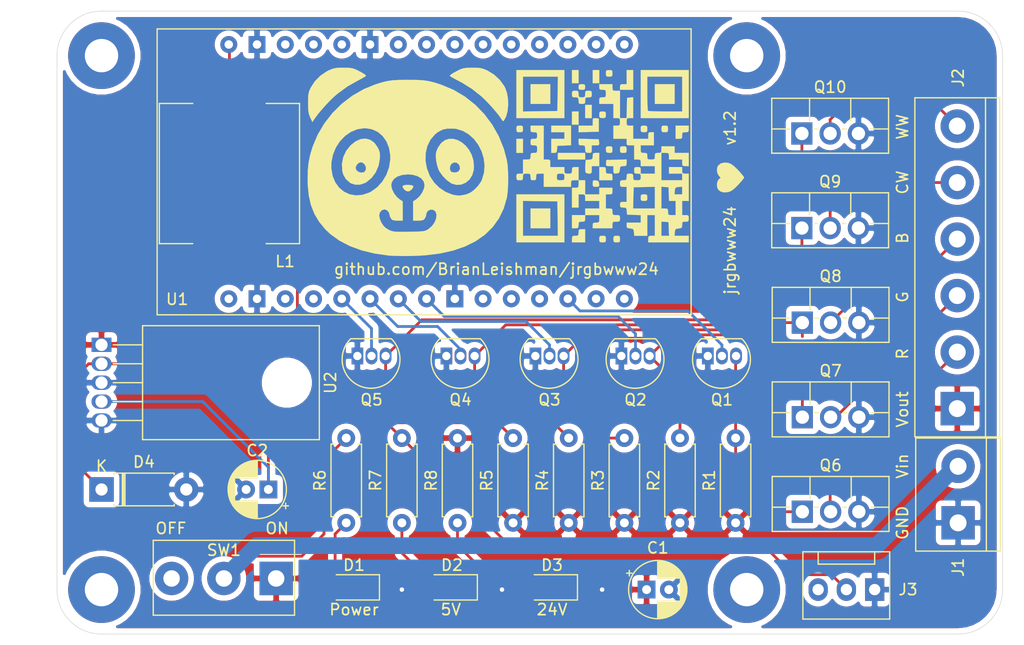
<source format=kicad_pcb>
(kicad_pcb (version 20171130) (host pcbnew 5.1.10-88a1d61d58~90~ubuntu20.04.1)
  (layers (0 F.Cu signal) (31 B.Cu signal) (34 B.Paste user) (35 F.Paste user) (36 B.SilkS user) (37 F.SilkS user) (38 B.Mask user) (39 F.Mask user) (44 Edge.Cuts user))
  (net 0 "")
  (net 1 +24V)
  (net 2 Earth)
  (net 3 +5V)
  (net 4 "Net-(D1-Pad2)")
  (net 5 "Net-(D2-Pad2)")
  (net 6 "Net-(D3-Pad2)")
  (net 7 /WW_GND)
  (net 8 /CW_GND)
  (net 9 /B_GND)
  (net 10 /G_GND)
  (net 11 /R_GND)
  (net 12 "Net-(Q1-Pad3)")
  (net 13 /R_SIGNAL)
  (net 14 "Net-(Q2-Pad3)")
  (net 15 /G_SIGNAL)
  (net 16 "Net-(Q3-Pad3)")
  (net 17 /B_SIGNAL)
  (net 18 /CW_SIGNAL)
  (net 19 "Net-(Q10-Pad1)")
  (net 20 /WW_SIGNAL)
  (net 21 "Net-(SW1-Pad3)")
  (net 22 "Net-(U1-Pad30)")
  (net 23 "Net-(U1-Pad27)")
  (net 24 "Net-(U1-Pad21)")
  (net 25 "Net-(U1-Pad17)")
  (net 26 "Net-(U1-Pad16)")
  (net 27 "Net-(U1-Pad13)")
  (net 28 "Net-(U1-Pad12)")
  (net 29 "Net-(U1-Pad11)")
  (net 30 "Net-(U1-Pad9)")
  (net 31 "Net-(U1-Pad8)")
  (net 32 "Net-(U1-Pad7)")
  (net 33 "Net-(U1-Pad6)")
  (net 34 "Net-(U1-Pad5)")
  (net 35 "Net-(U1-Pad4)")
  (net 36 "Net-(U1-Pad3)")
  (net 37 "Net-(U1-Pad2)")
  (net 38 "Net-(U1-Pad1)")
  (net 39 VDD)
  (net 40 "Net-(U1-Pad20)")
  (net 41 "Net-(U1-Pad19)")
  (net 42 "Net-(D4-Pad1)")
  (net 43 "Net-(Q4-Pad3)")
  (net 44 "Net-(J3-Pad3)")
  (module Diode_THT:D_DO-41_SOD81_P7.62mm_Horizontal (layer F.Cu) (at 94 103)
    (fp_text reference D4 (at 3.81 -2.47) (layer F.SilkS))
    (fp_text value SB160-E3/73)
    (fp_text user K (at 0 -2.1) (layer F.SilkS))
    (pad 2 thru_hole oval (at 7.62 0) (size 2.2 2.2) (drill 1.1) (layers *.Cu *.Mask) (net 2 Earth))
    (pad 1 thru_hole rect (at 0 0) (size 2.2 2.2) (drill 1.1) (layers *.Cu *.Mask) (net 42 "Net-(D4-Pad1)"))
  )
  (module jrgbwww24:TO-92_Inline (layer F.Cu) (at 117 92)
    (fp_text reference Q5 (at 1.27 2.94 180) (layer F.SilkS))
    (fp_text value 2N3904)
    (pad 2 thru_hole oval (at 1.27 -1) (size 1.05 1.5) (drill 0.75) (layers *.Cu *.Mask) (net 20 /WW_SIGNAL))
    (pad 3 thru_hole oval (at 2.54 -1) (size 1.05 1.5) (drill 0.75) (layers *.Cu *.Mask) (net 19 "Net-(Q10-Pad1)"))
    (pad 1 thru_hole rect (at 0 -1) (size 1.05 1.5) (drill 0.75) (layers *.Cu *.Mask) (net 2 Earth))
  )
  (module jrgbwww24:TO-92_Inline (layer F.Cu) (at 125 92)
    (fp_text reference Q4 (at 1.27 2.94 180) (layer F.SilkS))
    (fp_text value 2N3904)
    (pad 2 thru_hole oval (at 1.27 -1) (size 1.05 1.5) (drill 0.75) (layers *.Cu *.Mask) (net 18 /CW_SIGNAL))
    (pad 3 thru_hole oval (at 2.54 -1) (size 1.05 1.5) (drill 0.75) (layers *.Cu *.Mask) (net 43 "Net-(Q4-Pad3)"))
    (pad 1 thru_hole rect (at 0 -1) (size 1.05 1.5) (drill 0.75) (layers *.Cu *.Mask) (net 2 Earth))
  )
  (module jrgbwww24:TO-92_Inline (layer F.Cu) (at 133 92)
    (fp_text reference Q3 (at 1.27 2.94 180) (layer F.SilkS))
    (fp_text value 2N3904)
    (pad 2 thru_hole oval (at 1.27 -1) (size 1.05 1.5) (drill 0.75) (layers *.Cu *.Mask) (net 17 /B_SIGNAL))
    (pad 3 thru_hole oval (at 2.54 -1) (size 1.05 1.5) (drill 0.75) (layers *.Cu *.Mask) (net 16 "Net-(Q3-Pad3)"))
    (pad 1 thru_hole rect (at 0 -1) (size 1.05 1.5) (drill 0.75) (layers *.Cu *.Mask) (net 2 Earth))
  )
  (module jrgbwww24:TO-92_Inline (layer F.Cu) (at 140.73 92)
    (fp_text reference Q2 (at 1.27 2.94 180) (layer F.SilkS))
    (fp_text value 2N3904)
    (pad 2 thru_hole oval (at 1.27 -1) (size 1.05 1.5) (drill 0.75) (layers *.Cu *.Mask) (net 15 /G_SIGNAL))
    (pad 3 thru_hole oval (at 2.54 -1) (size 1.05 1.5) (drill 0.75) (layers *.Cu *.Mask) (net 14 "Net-(Q2-Pad3)"))
    (pad 1 thru_hole rect (at 0 -1) (size 1.05 1.5) (drill 0.75) (layers *.Cu *.Mask) (net 2 Earth))
  )
  (module jrgbwww24:TO-92_Inline (layer F.Cu) (at 148.5 92)
    (fp_text reference Q1 (at 1.27 2.94 180) (layer F.SilkS))
    (fp_text value 2N3904)
    (pad 2 thru_hole oval (at 1.27 -1) (size 1.05 1.5) (drill 0.75) (layers *.Cu *.Mask) (net 13 /R_SIGNAL))
    (pad 3 thru_hole oval (at 2.54 -1) (size 1.05 1.5) (drill 0.75) (layers *.Cu *.Mask) (net 12 "Net-(Q1-Pad3)"))
    (pad 1 thru_hole rect (at 0 -1) (size 1.05 1.5) (drill 0.75) (layers *.Cu *.Mask) (net 2 Earth))
  )
  (module Connector:FanPinHeader_1x03_P2.54mm_Vertical (layer F.Cu) (at 163.5 112 180)
    (fp_text reference J3 (at -3 0) (layer F.SilkS))
    (fp_text value Fan)
    (pad 3 thru_hole oval (at 5.08 0 270) (size 2.03 1.73) (drill 1.02) (layers *.Cu *.Mask) (net 44 "Net-(J3-Pad3)"))
    (pad 2 thru_hole oval (at 2.54 0 270) (size 2.03 1.73) (drill 1.02) (layers *.Cu *.Mask) (net 3 +5V))
    (pad 1 thru_hole rect (at 0 0 270) (size 2.03 1.73) (drill 1.02) (layers *.Cu *.Mask) (net 2 Earth))
  )
  (module jrgbwww24:heart (layer F.Cu) (at 150.5 75 90)
    (fp_text reference G*** hide)
    (fp_text value LOGO hide)
  )
  (module Package_TO_SOT_THT:TO-220-5_Horizontal_TabDown (layer F.Cu) (at 94 90 270)
    (fp_text reference U2 (at 3.4 -20.58 90) (layer F.SilkS))
    (fp_text value TL2575)
    (pad 5 thru_hole oval (at 6.8 0 270) (size 1.275 1.8) (drill 1.1) (layers *.Cu *.Mask) (net 2 Earth))
    (pad 4 thru_hole oval (at 5.1 0 270) (size 1.275 1.8) (drill 1.1) (layers *.Cu *.Mask) (net 3 +5V))
    (pad 3 thru_hole oval (at 3.4 0 270) (size 1.275 1.8) (drill 1.1) (layers *.Cu *.Mask) (net 2 Earth))
    (pad 2 thru_hole oval (at 1.7 0 270) (size 1.275 1.8) (drill 1.1) (layers *.Cu *.Mask) (net 42 "Net-(D4-Pad1)"))
    (pad 1 thru_hole rect (at 0 0 270) (size 1.275 1.8) (drill 1.1) (layers *.Cu *.Mask) (net 1 +24V))
    (pad "" np_thru_hole oval (at 3.4 -16.66 270) (size 3.5 3.5) (drill 3.5) (layers *.Cu *.Mask))
  )
  (module "jrgbwww24:1P2T SPDT" (layer F.Cu) (at 105 111 180)
    (fp_text reference SW1 (at 0 2.54) (layer F.SilkS))
    (fp_text value SW_SPDT)
    (fp_text user OFF (at 4.7625 4.5) (layer F.SilkS))
    (fp_text user ON (at -4.7879 4.5) (layer F.SilkS))
    (pad 3 thru_hole circle (at 4.7 0 180) (size 3 3) (drill 1.48) (layers *.Cu *.Mask) (net 21 "Net-(SW1-Pad3)"))
    (pad 2 thru_hole circle (at 0 0 180) (size 3 3) (drill 1.48) (layers *.Cu *.Mask) (net 39 VDD))
    (pad 1 thru_hole rect (at -4.7 0 180) (size 3 3) (drill 1.48) (layers *.Cu *.Mask) (net 1 +24V))
  )
  (module Inductor_SMD:L_Wuerth_WE-PD-Typ-LS_Handsoldering (layer F.Cu) (at 105.5 74.6 90)
    (fp_text reference L1 (at -7.9 5 180) (layer F.SilkS))
    (fp_text value 330u)
    (pad 2 smd rect (at 5.9 0 90) (size 4.9 5.4) (layers F.Cu F.Paste F.Mask) (net 3 +5V))
    (pad 1 smd rect (at -5.9 0 90) (size 4.9 5.4) (layers F.Cu F.Paste F.Mask) (net 42 "Net-(D4-Pad1)"))
  )
  (module TerminalBlock:TerminalBlock_bornier-2_P5.08mm (layer F.Cu) (at 171 106 90)
    (fp_text reference J1 (at -4 0 90) (layer F.SilkS))
    (fp_text value Srew_terminal)
    (pad 2 thru_hole circle (at 5.08 0 90) (size 3 3) (drill 1.52) (layers *.Cu *.Mask) (net 39 VDD))
    (pad 1 thru_hole rect (at 0 0 90) (size 3 3) (drill 1.52) (layers *.Cu *.Mask) (net 2 Earth))
  )
  (module Capacitor_THT:CP_Radial_D5.0mm_P2.00mm (layer F.Cu) (at 109 103 180)
    (fp_text reference C2 (at 1 3.5) (layer F.SilkS))
    (fp_text value 330u)
    (pad 2 thru_hole circle (at 2 0 180) (size 1.6 1.6) (drill 0.8) (layers *.Cu *.Mask) (net 2 Earth))
    (pad 1 thru_hole rect (at 0 0 180) (size 1.6 1.6) (drill 0.8) (layers *.Cu *.Mask) (net 3 +5V))
  )
  (module Capacitor_THT:CP_Radial_D5.0mm_P2.00mm (layer F.Cu) (at 143 112)
    (fp_text reference C1 (at 1 -3.75) (layer F.SilkS))
    (fp_text value 100u)
    (pad 2 thru_hole circle (at 2 0) (size 1.6 1.6) (drill 0.8) (layers *.Cu *.Mask) (net 2 Earth))
    (pad 1 thru_hole rect (at 0 0) (size 1.6 1.6) (drill 0.8) (layers *.Cu *.Mask) (net 1 +24V))
  )
  (module jrgbwww24:qr (layer F.Cu) (at 139 73)
    (fp_text reference G*** hide)
    (fp_text value LOGO hide)
  )
  (module Package_TO_SOT_THT:TO-220F-3_Vertical (layer F.Cu) (at 157 88)
    (fp_text reference Q8 (at 2.54 -4.1675) (layer F.SilkS))
    (fp_text value IPA040N06N)
    (pad 3 thru_hole oval (at 5.08 0) (size 1.905 2) (drill 1.2) (layers *.Cu *.Mask) (net 2 Earth))
    (pad 2 thru_hole oval (at 2.54 0) (size 1.905 2) (drill 1.2) (layers *.Cu *.Mask) (net 9 /B_GND))
    (pad 1 thru_hole rect (at 0 0) (size 1.905 2) (drill 1.2) (layers *.Cu *.Mask) (net 16 "Net-(Q3-Pad3)"))
  )
  (module Package_TO_SOT_THT:TO-220F-3_Vertical (layer F.Cu) (at 157 96.5)
    (fp_text reference Q7 (at 2.54 -4.1675) (layer F.SilkS))
    (fp_text value IPA040N06N)
    (pad 3 thru_hole oval (at 5.08 0) (size 1.905 2) (drill 1.2) (layers *.Cu *.Mask) (net 2 Earth))
    (pad 2 thru_hole oval (at 2.54 0) (size 1.905 2) (drill 1.2) (layers *.Cu *.Mask) (net 10 /G_GND))
    (pad 1 thru_hole rect (at 0 0) (size 1.905 2) (drill 1.2) (layers *.Cu *.Mask) (net 14 "Net-(Q2-Pad3)"))
  )
  (module Package_TO_SOT_THT:TO-220F-3_Vertical (layer F.Cu) (at 156.96 71)
    (fp_text reference Q10 (at 2.54 -4.1675) (layer F.SilkS))
    (fp_text value IPA040N06N)
    (pad 3 thru_hole oval (at 5.08 0) (size 1.905 2) (drill 1.2) (layers *.Cu *.Mask) (net 2 Earth))
    (pad 2 thru_hole oval (at 2.54 0) (size 1.905 2) (drill 1.2) (layers *.Cu *.Mask) (net 7 /WW_GND))
    (pad 1 thru_hole rect (at 0 0) (size 1.905 2) (drill 1.2) (layers *.Cu *.Mask) (net 19 "Net-(Q10-Pad1)"))
  )
  (module Package_TO_SOT_THT:TO-220F-3_Vertical (layer F.Cu) (at 156.96 79.5)
    (fp_text reference Q9 (at 2.54 -4.1675) (layer F.SilkS))
    (fp_text value IPA040N06N)
    (pad 3 thru_hole oval (at 5.08 0) (size 1.905 2) (drill 1.2) (layers *.Cu *.Mask) (net 2 Earth))
    (pad 2 thru_hole oval (at 2.54 0) (size 1.905 2) (drill 1.2) (layers *.Cu *.Mask) (net 8 /CW_GND))
    (pad 1 thru_hole rect (at 0 0) (size 1.905 2) (drill 1.2) (layers *.Cu *.Mask) (net 43 "Net-(Q4-Pad3)"))
  )
  (module Package_TO_SOT_THT:TO-220F-3_Vertical (layer F.Cu) (at 157 105)
    (fp_text reference Q6 (at 2.54 -4.1675) (layer F.SilkS))
    (fp_text value IPA040N06N)
    (pad 3 thru_hole oval (at 5.08 0) (size 1.905 2) (drill 1.2) (layers *.Cu *.Mask) (net 2 Earth))
    (pad 2 thru_hole oval (at 2.54 0) (size 1.905 2) (drill 1.2) (layers *.Cu *.Mask) (net 11 /R_GND))
    (pad 1 thru_hole rect (at 0 0) (size 1.905 2) (drill 1.2) (layers *.Cu *.Mask) (net 12 "Net-(Q1-Pad3)"))
  )
  (module MountingHole:MountingHole_3mm_Pad (layer F.Cu) (at 152 64)
    (fp_text reference REF** hide)
    (fp_text value MountingHole_3mm_Pad)
    (pad 1 thru_hole circle (at 0 0) (size 6 6) (drill 3) (layers *.Cu *.Mask))
  )
  (module MountingHole:MountingHole_3mm_Pad (layer F.Cu) (at 152 112)
    (fp_text reference REF** hide)
    (fp_text value MountingHole_3mm_Pad)
    (pad 1 thru_hole circle (at 0 0) (size 6 6) (drill 3) (layers *.Cu *.Mask))
  )
  (module MountingHole:MountingHole_3mm_Pad (layer F.Cu) (at 94 112)
    (fp_text reference REF** hide)
    (fp_text value MountingHole_3mm_Pad)
    (pad 1 thru_hole circle (at 0 0) (size 6 6) (drill 3) (layers *.Cu *.Mask))
  )
  (module MountingHole:MountingHole_3mm_Pad (layer F.Cu) (at 94 64)
    (fp_text reference REF** hide)
    (fp_text value MountingHole_3mm_Pad)
    (pad 1 thru_hole circle (at 0 0) (size 6 6) (drill 3) (layers *.Cu *.Mask))
  )
  (module "jrgbwww24:KeeYees ESP8266 ESP-12E" (layer F.Cu) (at 141 63 270)
    (fp_text reference U1 (at 22.9 40.2 180) (layer F.SilkS))
    (fp_text value esp8266)
    (pad 30 thru_hole circle (at 22.86 35.56 270) (size 1.524 1.524) (drill 0.762) (layers *.Cu *.Mask) (net 22 "Net-(U1-Pad30)"))
    (pad 29 thru_hole rect (at 22.86 33.02 270) (size 1.524 1.524) (drill 0.762) (layers *.Cu *.Mask) (net 2 Earth))
    (pad 28 thru_hole circle (at 22.86 30.48 270) (size 1.524 1.524) (drill 0.762) (layers *.Cu *.Mask))
    (pad 27 thru_hole circle (at 22.86 27.94 270) (size 1.524 1.524) (drill 0.762) (layers *.Cu *.Mask) (net 23 "Net-(U1-Pad27)"))
    (pad 26 thru_hole circle (at 22.86 25.4 270) (size 1.524 1.524) (drill 0.762) (layers *.Cu *.Mask) (net 20 /WW_SIGNAL))
    (pad 25 thru_hole circle (at 22.86 22.86 270) (size 1.524 1.524) (drill 0.762) (layers *.Cu *.Mask) (net 18 /CW_SIGNAL))
    (pad 24 thru_hole circle (at 22.86 20.32 270) (size 1.524 1.524) (drill 0.762) (layers *.Cu *.Mask) (net 17 /B_SIGNAL))
    (pad 23 thru_hole circle (at 22.86 17.78 270) (size 1.524 1.524) (drill 0.762) (layers *.Cu *.Mask) (net 15 /G_SIGNAL))
    (pad 22 thru_hole rect (at 22.86 15.24 270) (size 1.524 1.524) (drill 0.762) (layers *.Cu *.Mask) (net 2 Earth))
    (pad 21 thru_hole circle (at 22.86 12.7 270) (size 1.524 1.524) (drill 0.762) (layers *.Cu *.Mask) (net 24 "Net-(U1-Pad21)"))
    (pad 20 thru_hole circle (at 22.86 10.16 270) (size 1.524 1.524) (drill 0.762) (layers *.Cu *.Mask) (net 40 "Net-(U1-Pad20)"))
    (pad 19 thru_hole circle (at 22.86 7.62 270) (size 1.524 1.524) (drill 0.762) (layers *.Cu *.Mask) (net 41 "Net-(U1-Pad19)"))
    (pad 18 thru_hole circle (at 22.86 5.08 270) (size 1.524 1.524) (drill 0.762) (layers *.Cu *.Mask) (net 13 /R_SIGNAL))
    (pad 17 thru_hole circle (at 22.86 2.54 270) (size 1.524 1.524) (drill 0.762) (layers *.Cu *.Mask) (net 25 "Net-(U1-Pad17)"))
    (pad 16 thru_hole circle (at 22.86 0 270) (size 1.524 1.524) (drill 0.762) (layers *.Cu *.Mask) (net 26 "Net-(U1-Pad16)"))
    (pad 15 thru_hole circle (at 0 35.56 270) (size 1.524 1.524) (drill 0.762) (layers *.Cu *.Mask) (net 3 +5V))
    (pad 14 thru_hole rect (at 0 33.02 270) (size 1.524 1.524) (drill 0.762) (layers *.Cu *.Mask) (net 2 Earth))
    (pad 13 thru_hole circle (at 0 30.48 270) (size 1.524 1.524) (drill 0.762) (layers *.Cu *.Mask) (net 27 "Net-(U1-Pad13)"))
    (pad 12 thru_hole circle (at 0 27.94 270) (size 1.524 1.524) (drill 0.762) (layers *.Cu *.Mask) (net 28 "Net-(U1-Pad12)"))
    (pad 11 thru_hole circle (at 0 25.4 270) (size 1.524 1.524) (drill 0.762) (layers *.Cu *.Mask) (net 29 "Net-(U1-Pad11)"))
    (pad 10 thru_hole rect (at 0 22.86 270) (size 1.524 1.524) (drill 0.762) (layers *.Cu *.Mask) (net 2 Earth))
    (pad 9 thru_hole circle (at 0 20.32 270) (size 1.524 1.524) (drill 0.762) (layers *.Cu *.Mask) (net 30 "Net-(U1-Pad9)"))
    (pad 8 thru_hole circle (at 0 17.78 270) (size 1.524 1.524) (drill 0.762) (layers *.Cu *.Mask) (net 31 "Net-(U1-Pad8)"))
    (pad 7 thru_hole circle (at 0 15.24 270) (size 1.524 1.524) (drill 0.762) (layers *.Cu *.Mask) (net 32 "Net-(U1-Pad7)"))
    (pad 6 thru_hole circle (at 0 12.7 270) (size 1.524 1.524) (drill 0.762) (layers *.Cu *.Mask) (net 33 "Net-(U1-Pad6)"))
    (pad 5 thru_hole circle (at 0 10.16 270) (size 1.524 1.524) (drill 0.762) (layers *.Cu *.Mask) (net 34 "Net-(U1-Pad5)"))
    (pad 4 thru_hole circle (at 0 7.62 270) (size 1.524 1.524) (drill 0.762) (layers *.Cu *.Mask) (net 35 "Net-(U1-Pad4)"))
    (pad 3 thru_hole circle (at 0 5.08 270) (size 1.524 1.524) (drill 0.762) (layers *.Cu *.Mask) (net 36 "Net-(U1-Pad3)"))
    (pad 2 thru_hole circle (at 0 2.54 270) (size 1.524 1.524) (drill 0.762) (layers *.Cu *.Mask) (net 37 "Net-(U1-Pad2)"))
    (pad 1 thru_hole circle (at 0 0 270) (size 1.524 1.524) (drill 0.762) (layers *.Cu *.Mask) (net 38 "Net-(U1-Pad1)"))
  )
  (module jrgbwww24:panda (layer F.Cu) (at 121.5 73.5)
    (fp_text reference G*** hide)
    (fp_text value LOGO hide)
  )
  (module Resistor_THT:R_Axial_DIN0207_L6.3mm_D2.5mm_P7.62mm_Horizontal (layer F.Cu) (at 126 106 90)
    (fp_text reference R8 (at 3.81 -2.37 90) (layer F.SilkS))
    (fp_text value 1.05K)
    (pad 2 thru_hole oval (at 7.62 0 90) (size 1.6 1.6) (drill 0.8) (layers *.Cu *.Mask) (net 1 +24V))
    (pad 1 thru_hole circle (at 0 0 90) (size 1.6 1.6) (drill 0.8) (layers *.Cu *.Mask) (net 6 "Net-(D3-Pad2)"))
  )
  (module Resistor_THT:R_Axial_DIN0207_L6.3mm_D2.5mm_P7.62mm_Horizontal (layer F.Cu) (at 121 106 90)
    (fp_text reference R7 (at 3.81 -2.37 90) (layer F.SilkS))
    (fp_text value 100)
    (pad 2 thru_hole oval (at 7.62 0 90) (size 1.6 1.6) (drill 0.8) (layers *.Cu *.Mask) (net 3 +5V))
    (pad 1 thru_hole circle (at 0 0 90) (size 1.6 1.6) (drill 0.8) (layers *.Cu *.Mask) (net 5 "Net-(D2-Pad2)"))
  )
  (module Resistor_THT:R_Axial_DIN0207_L6.3mm_D2.5mm_P7.62mm_Horizontal (layer F.Cu) (at 116 106 90)
    (fp_text reference R6 (at 3.81 -2.37 90) (layer F.SilkS))
    (fp_text value 1.1K)
    (pad 2 thru_hole oval (at 7.62 0 90) (size 1.6 1.6) (drill 0.8) (layers *.Cu *.Mask) (net 39 VDD))
    (pad 1 thru_hole circle (at 0 0 90) (size 1.6 1.6) (drill 0.8) (layers *.Cu *.Mask) (net 4 "Net-(D1-Pad2)"))
  )
  (module Resistor_THT:R_Axial_DIN0207_L6.3mm_D2.5mm_P7.62mm_Horizontal (layer F.Cu) (at 131 106 90)
    (fp_text reference R5 (at 3.81 -2.37 90) (layer F.SilkS))
    (fp_text value 10K)
    (pad 2 thru_hole oval (at 7.62 0 90) (size 1.6 1.6) (drill 0.8) (layers *.Cu *.Mask) (net 19 "Net-(Q10-Pad1)"))
    (pad 1 thru_hole circle (at 0 0 90) (size 1.6 1.6) (drill 0.8) (layers *.Cu *.Mask) (net 1 +24V))
  )
  (module Resistor_THT:R_Axial_DIN0207_L6.3mm_D2.5mm_P7.62mm_Horizontal (layer F.Cu) (at 136 106 90)
    (fp_text reference R4 (at 3.81 -2.37 90) (layer F.SilkS))
    (fp_text value 10K)
    (pad 2 thru_hole oval (at 7.62 0 90) (size 1.6 1.6) (drill 0.8) (layers *.Cu *.Mask) (net 43 "Net-(Q4-Pad3)"))
    (pad 1 thru_hole circle (at 0 0 90) (size 1.6 1.6) (drill 0.8) (layers *.Cu *.Mask) (net 1 +24V))
  )
  (module Resistor_THT:R_Axial_DIN0207_L6.3mm_D2.5mm_P7.62mm_Horizontal (layer F.Cu) (at 141 106 90)
    (fp_text reference R3 (at 3.81 -2.37 90) (layer F.SilkS))
    (fp_text value 10K)
    (pad 2 thru_hole oval (at 7.62 0 90) (size 1.6 1.6) (drill 0.8) (layers *.Cu *.Mask) (net 16 "Net-(Q3-Pad3)"))
    (pad 1 thru_hole circle (at 0 0 90) (size 1.6 1.6) (drill 0.8) (layers *.Cu *.Mask) (net 1 +24V))
  )
  (module Resistor_THT:R_Axial_DIN0207_L6.3mm_D2.5mm_P7.62mm_Horizontal (layer F.Cu) (at 146 106 90)
    (fp_text reference R2 (at 3.81 -2.37 90) (layer F.SilkS))
    (fp_text value 10K)
    (pad 2 thru_hole oval (at 7.62 0 90) (size 1.6 1.6) (drill 0.8) (layers *.Cu *.Mask) (net 14 "Net-(Q2-Pad3)"))
    (pad 1 thru_hole circle (at 0 0 90) (size 1.6 1.6) (drill 0.8) (layers *.Cu *.Mask) (net 1 +24V))
  )
  (module Resistor_THT:R_Axial_DIN0207_L6.3mm_D2.5mm_P7.62mm_Horizontal (layer F.Cu) (at 151 106 90)
    (fp_text reference R1 (at 3.81 -2.37 90) (layer F.SilkS))
    (fp_text value 10K)
    (pad 2 thru_hole oval (at 7.62 0 90) (size 1.6 1.6) (drill 0.8) (layers *.Cu *.Mask) (net 12 "Net-(Q1-Pad3)"))
    (pad 1 thru_hole circle (at 0 0 90) (size 1.6 1.6) (drill 0.8) (layers *.Cu *.Mask) (net 1 +24V))
  )
  (module TerminalBlock:TerminalBlock_bornier-6_P5.08mm (layer F.Cu) (at 170.9253 95.7306 90)
    (fp_text reference J2 (at 29.7306 0.0747 90) (layer F.SilkS))
    (fp_text value Screw_Terminal_01x06)
    (pad 6 thru_hole circle (at 25.4 0 90) (size 3 3) (drill 1.52) (layers *.Cu *.Mask) (net 7 /WW_GND))
    (pad 5 thru_hole circle (at 20.32 0 90) (size 3 3) (drill 1.52) (layers *.Cu *.Mask) (net 8 /CW_GND))
    (pad 4 thru_hole circle (at 15.24 0 90) (size 3 3) (drill 1.52) (layers *.Cu *.Mask) (net 9 /B_GND))
    (pad 1 thru_hole rect (at 0 0 90) (size 3 3) (drill 1.52) (layers *.Cu *.Mask) (net 1 +24V))
    (pad 3 thru_hole circle (at 10.16 0 90) (size 3 3) (drill 1.52) (layers *.Cu *.Mask) (net 10 /G_GND))
    (pad 2 thru_hole circle (at 5.08 0 90) (size 3 3) (drill 1.52) (layers *.Cu *.Mask) (net 11 /R_GND))
  )
  (module LED_SMD:LED_1206_3216Metric (layer F.Cu) (at 134.5 111.8 180)
    (fp_text reference D3 (at 0 2) (layer F.SilkS))
    (fp_text value "BLUE - 24V")
    (pad 2 smd roundrect (at 1.4 0 180) (size 1.25 1.75) (layers F.Cu F.Paste F.Mask) (roundrect_rratio 0.2) (net 6 "Net-(D3-Pad2)"))
    (pad 1 smd roundrect (at -1.4 0 180) (size 1.25 1.75) (layers F.Cu F.Paste F.Mask) (roundrect_rratio 0.2) (net 2 Earth))
  )
  (module LED_SMD:LED_1206_3216Metric (layer F.Cu) (at 125.5 111.8 180)
    (fp_text reference D2 (at 0 2) (layer F.SilkS))
    (fp_text value "GREEN - 5V")
    (pad 2 smd roundrect (at 1.4 0 180) (size 1.25 1.75) (layers F.Cu F.Paste F.Mask) (roundrect_rratio 0.2) (net 5 "Net-(D2-Pad2)"))
    (pad 1 smd roundrect (at -1.4 0 180) (size 1.25 1.75) (layers F.Cu F.Paste F.Mask) (roundrect_rratio 0.2) (net 2 Earth))
  )
  (module LED_SMD:LED_1206_3216Metric (layer F.Cu) (at 116.7 111.8 180)
    (fp_text reference D1 (at 0 2) (layer F.SilkS))
    (fp_text value "RED - ALWAYS ON")
    (pad 2 smd roundrect (at 1.4 0 180) (size 1.25 1.75) (layers F.Cu F.Paste F.Mask) (roundrect_rratio 0.2) (net 4 "Net-(D1-Pad2)"))
    (pad 1 smd roundrect (at -1.4 0 180) (size 1.25 1.75) (layers F.Cu F.Paste F.Mask) (roundrect_rratio 0.2) (net 2 Earth))
  )
  (gr_text jrgbwww24 (at 150.5 81.5 90) (layer F.SilkS) (effects (font (size 1 1))))
  (gr_text WW (at 166 70.4 90) (layer F.SilkS) (effects (font (size 1 1))))
  (gr_text CW (at 166 75.4 90) (layer F.SilkS) (effects (font (size 1 1))))
  (gr_text B (at 166 80.4 90) (layer F.SilkS) (effects (font (size 1 1))))
  (gr_text G (at 166 85.7 90) (layer F.SilkS) (effects (font (size 1 1))))
  (gr_text R (at 166 90.8 90) (layer F.SilkS) (effects (font (size 1 1))))
  (gr_text Vout (at 166 95.8 90) (layer F.SilkS) (effects (font (size 1 1))))
  (gr_text Vin (at 166 100.9 90) (layer F.SilkS) (effects (font (size 1 1))))
  (gr_text GND (at 166 106 90) (layer F.SilkS) (effects (font (size 1 1))))
  (gr_text github.com/BrianLeishman/jrgbwww24 (at 129.5 83.2) (layer F.SilkS) (effects (font (size 1 1))))
  (gr_text 24V (at 134.5 113.8) (layer F.SilkS) (effects (font (size 1 1))))
  (gr_text 5V (at 125.4 113.8) (layer F.SilkS) (effects (font (size 1 1))))
  (gr_text Power (at 116.7 113.8) (layer F.SilkS) (effects (font (size 1 1))))
  (gr_text v1.2 (at 150.5 70.5 90) (layer F.SilkS) (effects (font (size 1 1))))
  (gr_line (start 94 116) (end 171 116) (layer Edge.Cuts) (width 0.05))
  (gr_line (start 90 64) (end 90 112) (layer Edge.Cuts) (width 0.05))
  (gr_line (start 171 60) (end 94 60) (layer Edge.Cuts) (width 0.05))
  (gr_line (start 175 64) (end 175 112) (layer Edge.Cuts) (width 0.05))
  (gr_arc (start 171 112) (end 171 116) (angle -90) (layer Edge.Cuts) (width 0.05))
  (gr_arc (start 94 112) (end 90 112) (angle -90) (layer Edge.Cuts) (width 0.05))
  (gr_arc (start 94 64) (end 94 60) (angle -90) (layer Edge.Cuts) (width 0.05))
  (gr_arc (start 171 64) (end 175 64) (angle -90) (layer Edge.Cuts) (width 0.05))
  (via (at 121 112) (size 0.8) (drill 0.4) (layers F.Cu B.Cu) (net 2))
  (via (at 130 112) (size 0.8) (drill 0.4) (layers F.Cu B.Cu) (net 2))
  (via (at 139 112) (size 0.8) (drill 0.4) (layers F.Cu B.Cu) (net 2))
  (segment (start 136.1 112) (end 135.9 111.8) (width 0.25) (layer F.Cu) (net 2))
  (segment (start 139 112) (end 136.1 112) (width 0.25) (layer F.Cu) (net 2))
  (segment (start 127.1 112) (end 126.9 111.8) (width 0.25) (layer F.Cu) (net 2))
  (segment (start 130 112) (end 127.1 112) (width 0.25) (layer F.Cu) (net 2))
  (segment (start 118.3 112) (end 118.1 111.8) (width 0.25) (layer F.Cu) (net 2))
  (segment (start 121 112) (end 118.3 112) (width 0.25) (layer F.Cu) (net 2))
  (segment (start 105.5 63.06) (end 105.44 63) (width 0.25) (layer F.Cu) (net 3))
  (segment (start 105.5 68.7) (end 105.5 63.06) (width 0.25) (layer F.Cu) (net 3))
  (segment (start 103.2 71) (end 105.5 68.7) (width 0.25) (layer F.Cu) (net 3))
  (segment (start 111.607001 71.857001) (end 111.607001 88.987001) (width 0.25) (layer F.Cu) (net 3))
  (segment (start 108.45 68.7) (end 111.607001 71.857001) (width 0.25) (layer F.Cu) (net 3))
  (segment (start 105.5 68.7) (end 108.45 68.7) (width 0.25) (layer F.Cu) (net 3))
  (segment (start 160.96 112) (end 160.96 111.96) (width 0.25) (layer F.Cu) (net 3))
  (segment (start 121 98.38) (end 130.62 108) (width 0.25) (layer F.Cu) (net 3))
  (segment (start 130.62 108) (end 153.5 108) (width 0.25) (layer F.Cu) (net 3))
  (segment (start 159.61999 110.65999) (end 160.96 112) (width 0.25) (layer F.Cu) (net 3))
  (segment (start 156.15999 110.65999) (end 159.61999 110.65999) (width 0.25) (layer F.Cu) (net 3))
  (segment (start 153.5 108) (end 156.15999 110.65999) (width 0.25) (layer F.Cu) (net 3))
  (segment (start 111.607001 88.987001) (end 117.6 94.98) (width 0.25) (layer F.Cu) (net 3))
  (segment (start 109 103) (end 109 100) (width 0.25) (layer F.Cu) (net 3))
  (segment (start 109 100) (end 114 95) (width 0.25) (layer F.Cu) (net 3))
  (segment (start 117.62 95) (end 117.81 95.19) (width 0.25) (layer F.Cu) (net 3))
  (segment (start 114 95) (end 117.62 95) (width 0.25) (layer F.Cu) (net 3))
  (segment (start 117.81 95.19) (end 121 98.38) (width 0.25) (layer F.Cu) (net 3))
  (segment (start 117.6 94.98) (end 117.81 95.19) (width 0.25) (layer F.Cu) (net 3))
  (segment (start 94 95.1) (end 103.1 95.1) (width 0.25) (layer B.Cu) (net 3))
  (segment (start 109 101) (end 109 103) (width 0.25) (layer B.Cu) (net 3))
  (segment (start 103.1 95.1) (end 109 101) (width 0.25) (layer B.Cu) (net 3))
  (segment (start 116 106) (end 115 107) (width 0.25) (layer F.Cu) (net 4))
  (segment (start 115 111.5) (end 115.3 111.8) (width 0.25) (layer F.Cu) (net 4))
  (segment (start 115 107) (end 115 111.5) (width 0.25) (layer F.Cu) (net 4))
  (segment (start 121 108.7) (end 124.1 111.8) (width 0.25) (layer F.Cu) (net 5))
  (segment (start 121 106) (end 121 108.7) (width 0.25) (layer F.Cu) (net 5))
  (segment (start 131.3 110) (end 133.1 111.8) (width 0.25) (layer F.Cu) (net 6))
  (segment (start 128 110) (end 131.3 110) (width 0.25) (layer F.Cu) (net 6))
  (segment (start 126 108) (end 128 110) (width 0.25) (layer F.Cu) (net 6))
  (segment (start 126 106) (end 126 108) (width 0.25) (layer F.Cu) (net 6))
  (segment (start 159.5 71) (end 159.5 70.9525) (width 0.25) (layer F.Cu) (net 7))
  (segment (start 169.425301 68.830601) (end 170.9253 70.3306) (width 0.25) (layer F.Cu) (net 7))
  (segment (start 160.419399 68.830601) (end 169.425301 68.830601) (width 0.25) (layer F.Cu) (net 7))
  (segment (start 159.5 69.75) (end 160.419399 68.830601) (width 0.25) (layer F.Cu) (net 7))
  (segment (start 159.5 71) (end 159.5 69.75) (width 0.25) (layer F.Cu) (net 7))
  (segment (start 159.5 79.5) (end 159.5 78) (width 0.25) (layer F.Cu) (net 8))
  (segment (start 162.0894 75.4106) (end 170.9253 75.4106) (width 0.25) (layer F.Cu) (net 8))
  (segment (start 159.5 78) (end 162.0894 75.4106) (width 0.25) (layer F.Cu) (net 8))
  (segment (start 159.54 88) (end 162.54 85) (width 0.25) (layer F.Cu) (net 9))
  (segment (start 166.4159 85) (end 170.9253 80.4906) (width 0.25) (layer F.Cu) (net 9))
  (segment (start 162.54 85) (end 166.4159 85) (width 0.25) (layer F.Cu) (net 9))
  (segment (start 159.9959 96.5) (end 170.9253 85.5706) (width 0.25) (layer F.Cu) (net 10))
  (segment (start 159.5 96.5) (end 159.9959 96.5) (width 0.25) (layer F.Cu) (net 10))
  (segment (start 159.5 102.0759) (end 170.9253 90.6506) (width 0.25) (layer F.Cu) (net 11))
  (segment (start 159.5 105) (end 159.5 102.0759) (width 0.25) (layer F.Cu) (net 11))
  (segment (start 156.96 105) (end 156.5 105) (width 0.25) (layer F.Cu) (net 12))
  (segment (start 151 91.5) (end 151 98.38) (width 0.25) (layer F.Cu) (net 12))
  (segment (start 157 105) (end 155 105) (width 0.25) (layer F.Cu) (net 12))
  (segment (start 151 101) (end 151 98.38) (width 0.25) (layer F.Cu) (net 12))
  (segment (start 155 105) (end 151 101) (width 0.25) (layer F.Cu) (net 12))
  (segment (start 149.77 90.909998) (end 149.77 91.5) (width 0.25) (layer B.Cu) (net 13))
  (segment (start 149.77 90) (end 149.77 91) (width 0.25) (layer B.Cu) (net 13))
  (segment (start 146.717001 86.947001) (end 149.77 90) (width 0.25) (layer B.Cu) (net 13))
  (segment (start 137.007001 86.947001) (end 146.717001 86.947001) (width 0.25) (layer B.Cu) (net 13))
  (segment (start 135.92 85.86) (end 137.007001 86.947001) (width 0.25) (layer B.Cu) (net 13))
  (segment (start 146 93.73) (end 143.27 91) (width 0.25) (layer F.Cu) (net 14))
  (segment (start 146 98.38) (end 146 93.73) (width 0.25) (layer F.Cu) (net 14))
  (segment (start 157 96.5) (end 157 93.6) (width 0.25) (layer F.Cu) (net 14))
  (segment (start 157 93.6) (end 152.5 89.1) (width 0.25) (layer F.Cu) (net 14))
  (segment (start 145.17 89.1) (end 143.27 91) (width 0.25) (layer F.Cu) (net 14))
  (segment (start 152.5 89.1) (end 145.17 89.1) (width 0.25) (layer F.Cu) (net 14))
  (segment (start 142 89) (end 142 91) (width 0.25) (layer B.Cu) (net 15))
  (segment (start 140.450009 87.450009) (end 142 89) (width 0.25) (layer B.Cu) (net 15))
  (segment (start 124.810009 87.450009) (end 140.450009 87.450009) (width 0.25) (layer B.Cu) (net 15))
  (segment (start 123.22 85.86) (end 124.810009 87.450009) (width 0.25) (layer B.Cu) (net 15))
  (segment (start 157 88) (end 157 89.25) (width 0.25) (layer F.Cu) (net 16))
  (segment (start 141 98.38) (end 138.38 98.38) (width 0.25) (layer F.Cu) (net 16))
  (segment (start 135.54 95.54) (end 135.54 91) (width 0.25) (layer F.Cu) (net 16))
  (segment (start 138.38 98.38) (end 135.54 95.54) (width 0.25) (layer F.Cu) (net 16))
  (segment (start 157 88) (end 153.14999 88) (width 0.25) (layer F.Cu) (net 16))
  (segment (start 137.89001 88.64999) (end 135.54 91) (width 0.25) (layer F.Cu) (net 16))
  (segment (start 152.5 88.64999) (end 137.89001 88.64999) (width 0.25) (layer F.Cu) (net 16))
  (segment (start 153.14999 88) (end 152.5 88.64999) (width 0.25) (layer F.Cu) (net 16))
  (segment (start 132.17002 87.90002) (end 134.27 90) (width 0.25) (layer B.Cu) (net 17))
  (segment (start 134.27 90) (end 134.27 91) (width 0.25) (layer B.Cu) (net 17))
  (segment (start 122.72002 87.90002) (end 132.17002 87.90002) (width 0.25) (layer B.Cu) (net 17))
  (segment (start 120.68 85.86) (end 122.72002 87.90002) (width 0.25) (layer B.Cu) (net 17))
  (segment (start 126.27 90.409998) (end 126.27 91) (width 0.25) (layer B.Cu) (net 18))
  (segment (start 124.210032 88.35003) (end 126.27 90.409998) (width 0.25) (layer B.Cu) (net 18))
  (segment (start 120.63003 88.35003) (end 124.210032 88.35003) (width 0.25) (layer B.Cu) (net 18))
  (segment (start 118.14 85.86) (end 120.63003 88.35003) (width 0.25) (layer B.Cu) (net 18))
  (segment (start 119.54 96.04) (end 119.54 91) (width 0.25) (layer F.Cu) (net 19))
  (segment (start 120.5 97) (end 119.54 96.04) (width 0.25) (layer F.Cu) (net 19))
  (segment (start 129.62 97) (end 120.5 97) (width 0.25) (layer F.Cu) (net 19))
  (segment (start 131 98.38) (end 129.62 97) (width 0.25) (layer F.Cu) (net 19))
  (segment (start 156.96 71) (end 156.96 72.84) (width 0.25) (layer F.Cu) (net 19))
  (segment (start 153.6 76.2) (end 153.6 86.17036) (width 0.25) (layer F.Cu) (net 19))
  (segment (start 156.96 72.84) (end 153.6 76.2) (width 0.25) (layer F.Cu) (net 19))
  (segment (start 122.79003 87.74997) (end 119.54 91) (width 0.25) (layer F.Cu) (net 19))
  (segment (start 152.02039 87.74997) (end 122.79003 87.74997) (width 0.25) (layer F.Cu) (net 19))
  (segment (start 153.6 86.17036) (end 152.02039 87.74997) (width 0.25) (layer F.Cu) (net 19))
  (segment (start 118.27 88.53) (end 118.27 91) (width 0.25) (layer B.Cu) (net 20))
  (segment (start 115.6 85.86) (end 118.27 88.53) (width 0.25) (layer B.Cu) (net 20))
  (segment (start 107.950001 108.049999) (end 105 111) (width 1.5) (layer B.Cu) (net 39))
  (segment (start 163.685901 108.049999) (end 107.950001 108.049999) (width 1.5) (layer B.Cu) (net 39))
  (segment (start 170.9253 100.8106) (end 163.685901 108.049999) (width 1.5) (layer B.Cu) (net 39))
  (segment (start 105 111) (end 107 109) (width 0.25) (layer F.Cu) (net 39))
  (segment (start 107 109) (end 112 109) (width 0.25) (layer F.Cu) (net 39))
  (segment (start 112 109) (end 114 107) (width 0.25) (layer F.Cu) (net 39))
  (segment (start 114 100.38) (end 116 98.38) (width 0.25) (layer F.Cu) (net 39))
  (segment (start 114 107) (end 114 100.38) (width 0.25) (layer F.Cu) (net 39))
  (segment (start 105.5 83.2) (end 97 91.7) (width 0.25) (layer F.Cu) (net 42))
  (segment (start 97 91.7) (end 94 91.7) (width 0.25) (layer F.Cu) (net 42))
  (segment (start 105.5 80.5) (end 105.5 83.2) (width 0.25) (layer F.Cu) (net 42))
  (segment (start 94 103) (end 92 101) (width 0.25) (layer F.Cu) (net 42))
  (segment (start 92.85 91.7) (end 94 91.7) (width 0.25) (layer F.Cu) (net 42))
  (segment (start 92 92.55) (end 92.85 91.7) (width 0.25) (layer F.Cu) (net 42))
  (segment (start 92 101) (end 92 92.55) (width 0.25) (layer F.Cu) (net 42))
  (segment (start 136 98.38) (end 134.12 96.5) (width 0.25) (layer F.Cu) (net 43))
  (segment (start 134.12 96.5) (end 129.5 96.5) (width 0.25) (layer F.Cu) (net 43))
  (segment (start 127.54 94.54) (end 127.54 91) (width 0.25) (layer F.Cu) (net 43))
  (segment (start 129.5 96.5) (end 127.54 94.54) (width 0.25) (layer F.Cu) (net 43))
  (segment (start 156.96 79.5) (end 156.96 83.44677) (width 0.25) (layer F.Cu) (net 43))
  (segment (start 130.34002 88.19998) (end 127.54 91) (width 0.25) (layer F.Cu) (net 43))
  (segment (start 152.20679 88.19998) (end 130.34002 88.19998) (width 0.25) (layer F.Cu) (net 43))
  (segment (start 156.96 83.44677) (end 152.20679 88.19998) (width 0.25) (layer F.Cu) (net 43))
  (zone (net 1) (net_name +24V) (layer F.Cu) (connect_pads (clearance 0.508)) (min_thickness 0.254) (fill yes (arc_segments 32) (thermal_gap 0.508) (thermal_bridge_width 0.508))
    (polygon (pts (xy 176 117) (xy 89 117) (xy 89 59) (xy 176 59)))
  )
  (zone (net 2) (net_name Earth) (layer B.Cu) (connect_pads (clearance 0.508)) (min_thickness 0.254) (fill yes (arc_segments 32) (thermal_gap 0.508) (thermal_bridge_width 0.508))
    (polygon (pts (xy 176 117) (xy 89 117) (xy 89 59) (xy 176 59)))
  )
)
</source>
